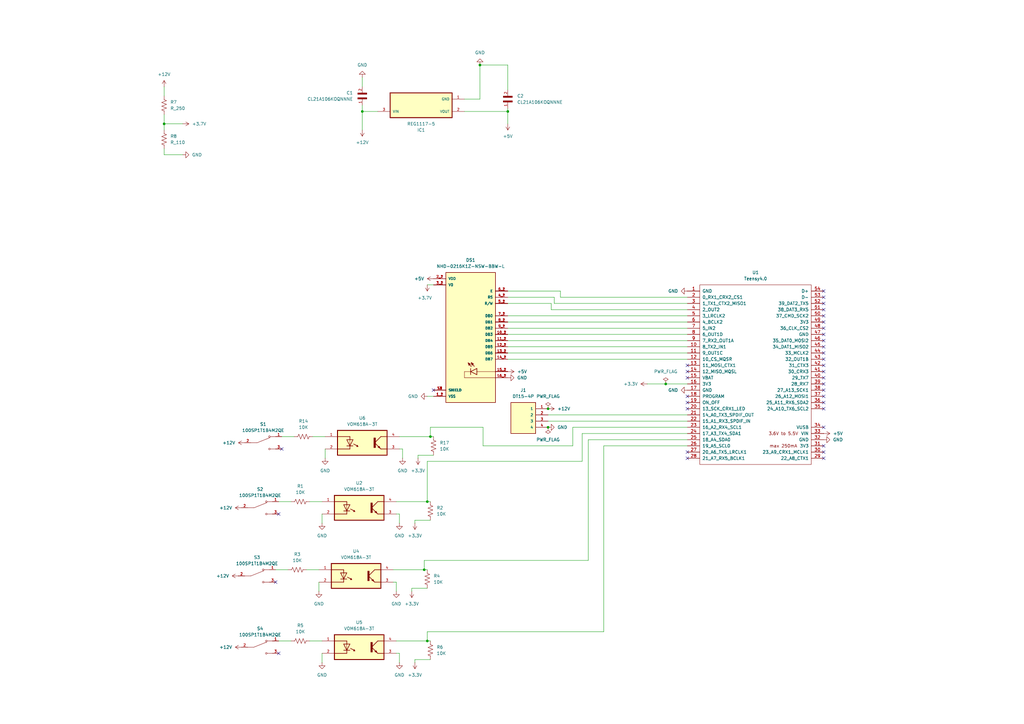
<source format=kicad_sch>
(kicad_sch (version 20250114) (generator "eeschema") (generator_version "9.0")
  (paper "A3")
  (lib_symbols
    (symbol "100SP1T1B4M2QE:100SP1T1B4M2QE" (pin_names (offset 1.016))
      (property "Reference" "S" (at -2.54 5.08 0))
      (property "Value" "100SP1T1B4M2QE" (at -2.54 -5.08 0))
      (symbol "100SP1T1B4M2QE_0_0"
        (polyline (pts (xy -2.54 0) (xy -5.08 0)) (stroke (width 0.1524)))
        (polyline (pts (xy -2.54 0) (xy 2.794 2.1336)) (stroke (width 0.1524)))
        (circle (center 2.54 2.54) (radius 0.3302) (stroke (width 0.1524)))
        (circle (center 2.54 -2.54) (radius 0.3302) (stroke (width 0.1524)))
        (polyline (pts (xy 5.08 2.54) (xy 2.921 2.54)) (stroke (width 0.1524)))
        (polyline (pts (xy 5.08 -2.54) (xy 2.921 -2.54)) (stroke (width 0.1524)))
        (pin passive line (at -7.62 0 0) (length 2.54) (name "~") (number "2"))
        (pin passive line (at 7.62 2.54 180) (length 2.54) (name "~") (number "1"))
        (pin passive line (at 7.62 -2.54 180) (length 2.54) (name "~") (number "3"))
      )
    )
    (symbol "CL21A106KOQNNNE:CL21A106KOQNNNE" (pin_names (offset 1.016))
      (property "Reference" "C" (at 0 3.8109 0))
      (property "Value" "CL21A106KOQNNNE" (at 0 -5.0885 0))
      (symbol "CL21A106KOQNNNE_0_0"
        (rectangle (start 0 -1.9069) (end 0.635 1.905) (stroke (width 0.1)) (fill (type outline)))
        (rectangle (start 1.9069 -1.9069) (end 2.54 1.905) (stroke (width 0.1)) (fill (type outline)))
        (pin passive line (at -2.54 0 0) (length 2.54) (name "~") (number "1"))
        (pin passive line (at 5.08 0 180) (length 2.54) (name "~") (number "2"))
      )
    )
    (symbol "DT15-4P:DT15-4P" (pin_names (offset 1.016))
      (property "Reference" "J" (at -5.0895 10.1789 0))
      (property "Value" "DT15-4P" (at -5.0842 -10.1684 0))
      (symbol "DT15-4P_0_0"
        (rectangle (start -5.08 -5.08) (end 5.08 7.62) (stroke (width 0.254)) (fill (type background)))
        (pin passive line (at -10.16 5.08 0) (length 5.08) (name "1") (number "1"))
        (pin passive line (at -10.16 2.54 0) (length 5.08) (name "2") (number "2"))
        (pin passive line (at -10.16 0 0) (length 5.08) (name "3") (number "3"))
        (pin passive line (at -10.16 -2.54 0) (length 5.08) (name "4") (number "4"))
      )
    )
    (symbol "Device:R_US" (pin_numbers (hide yes)) (pin_names (offset 0))
      (property "Reference" "R" (at 2.54 0 90))
      (property "Value" "R_US" (at -2.54 0 90))
      (symbol "R_US_0_1"
        (polyline (pts (xy 0 2.286) (xy 0 2.54)))
        (polyline (pts (xy 0 2.286) (xy 1.016 1.905) (xy 0 1.524) (xy -1.016 1.143) (xy 0 0.762)))
        (polyline (pts (xy 0 0.762) (xy 1.016 0.381) (xy 0 0) (xy -1.016 -0.381) (xy 0 -0.762)))
        (polyline (pts (xy 0 -0.762) (xy 1.016 -1.143) (xy 0 -1.524) (xy -1.016 -1.905) (xy 0 -2.286)))
        (polyline (pts (xy 0 -2.286) (xy 0 -2.54)))
      )
      (symbol "R_US_1_1"
        (pin passive line (at 0 3.81 270) (length 1.27) (name "~") (number "1"))
        (pin passive line (at 0 -3.81 90) (length 1.27) (name "~") (number "2"))
      )
    )
    (symbol "NHD-0216K1Z-NSW-BBW-L:NHD-0216K1Z-NSW-BBW-L" (pin_names (offset 1.016))
      (property "Reference" "DS" (at -10.16 21.59 0))
      (property "Value" "NHD-0216K1Z-NSW-BBW-L" (at -10.16 -34.29 0))
      (symbol "NHD-0216K1Z-NSW-BBW-L_0_0"
        (polyline (pts (xy -10.16 -22.86) (xy 2.54 -22.86)) (stroke (width 0.1524)))
        (rectangle (start -10.16 -33.02) (end 10.16 20.32) (stroke (width 0.254)) (fill (type background)))
        (polyline (pts (xy -2.54 -19.05) (xy -2.54 -20.32)) (stroke (width 0.254)))
        (polyline (pts (xy -2.54 -20.32) (xy -10.16 -20.32)) (stroke (width 0.1524)))
        (polyline (pts (xy -2.54 -20.32) (xy -2.54 -21.59)) (stroke (width 0.254)))
        (polyline (pts (xy -2.54 -21.59) (xy 0 -20.32)) (stroke (width 0.254)))
        (polyline (pts (xy -1.1176 -17.145) (xy -0.2286 -16.6624)) (stroke (width 0.254)))
        (polyline (pts (xy -0.9398 -17.2212) (xy -0.7112 -17.0688)) (stroke (width 0.254)))
        (polyline (pts (xy -0.5588 -17.6276) (xy -1.1176 -17.145)) (stroke (width 0.254)))
        (polyline (pts (xy -0.5588 -17.6276) (xy -0.5334 -16.891)) (stroke (width 0.254)))
        (polyline (pts (xy -0.5334 -16.891) (xy -0.6604 -16.891)) (stroke (width 0.254)))
        (polyline (pts (xy -0.2286 -16.6624) (xy -1.4986 -18.1864)) (stroke (width 0.254)))
        (polyline (pts (xy -0.2286 -16.6624) (xy -0.5588 -17.6276)) (stroke (width 0.254)))
        (polyline (pts (xy 0 -19.05) (xy 0 -20.32)) (stroke (width 0.254)))
        (polyline (pts (xy 0 -20.32) (xy -2.54 -19.05)) (stroke (width 0.254)))
        (polyline (pts (xy 0 -20.32) (xy 0 -21.59)) (stroke (width 0.254)))
        (polyline (pts (xy 0.127 -17.2466) (xy 1.016 -16.764)) (stroke (width 0.254)))
        (polyline (pts (xy 0.3048 -17.3228) (xy 0.5334 -17.1704)) (stroke (width 0.254)))
        (polyline (pts (xy 0.6858 -17.7292) (xy 0.127 -17.2466)) (stroke (width 0.254)))
        (polyline (pts (xy 0.6858 -17.7292) (xy 0.7112 -16.9926)) (stroke (width 0.254)))
        (polyline (pts (xy 0.7112 -16.9926) (xy 0.5842 -16.9926)) (stroke (width 0.254)))
        (polyline (pts (xy 1.016 -16.764) (xy -0.254 -18.288)) (stroke (width 0.254)))
        (polyline (pts (xy 1.016 -16.764) (xy 0.6858 -17.7292)) (stroke (width 0.254)))
        (polyline (pts (xy 2.54 -20.32) (xy 0 -20.32)) (stroke (width 0.1524)))
        (polyline (pts (xy 2.54 -22.86) (xy 2.54 -20.32)) (stroke (width 0.1524)))
        (pin input line (at -15.24 12.7 0) (length 5.08) (name "E") (number "6_1"))
        (pin input line (at -15.24 12.7 0) (length 5.08) (name "E") (number "6_2"))
        (pin input line (at -15.24 10.16 0) (length 5.08) (name "RS") (number "4_1"))
        (pin input line (at -15.24 10.16 0) (length 5.08) (name "RS") (number "4_2"))
        (pin input line (at -15.24 7.62 0) (length 5.08) (name "R/W") (number "5_1"))
        (pin input line (at -15.24 7.62 0) (length 5.08) (name "R/W") (number "5_2"))
        (pin bidirectional line (at -15.24 2.54 0) (length 5.08) (name "DB0") (number "7_1"))
        (pin bidirectional line (at -15.24 2.54 0) (length 5.08) (name "DB0") (number "7_2"))
        (pin bidirectional line (at -15.24 0 0) (length 5.08) (name "DB1") (number "8_1"))
        (pin bidirectional line (at -15.24 0 0) (length 5.08) (name "DB1") (number "8_2"))
        (pin bidirectional line (at -15.24 -2.54 0) (length 5.08) (name "DB2") (number "9_1"))
        (pin bidirectional line (at -15.24 -2.54 0) (length 5.08) (name "DB2") (number "9_2"))
        (pin bidirectional line (at -15.24 -5.08 0) (length 5.08) (name "DB3") (number "10_1"))
        (pin bidirectional line (at -15.24 -5.08 0) (length 5.08) (name "DB3") (number "10_2"))
        (pin bidirectional line (at -15.24 -7.62 0) (length 5.08) (name "DB4") (number "11_1"))
        (pin bidirectional line (at -15.24 -7.62 0) (length 5.08) (name "DB4") (number "11_2"))
        (pin bidirectional line (at -15.24 -10.16 0) (length 5.08) (name "DB5") (number "12_1"))
        (pin bidirectional line (at -15.24 -10.16 0) (length 5.08) (name "DB5") (number "12_2"))
        (pin bidirectional line (at -15.24 -12.7 0) (length 5.08) (name "DB6") (number "13_1"))
        (pin bidirectional line (at -15.24 -12.7 0) (length 5.08) (name "DB6") (number "13_2"))
        (pin bidirectional line (at -15.24 -15.24 0) (length 5.08) (name "DB7") (number "14_1"))
        (pin bidirectional line (at -15.24 -15.24 0) (length 5.08) (name "DB7") (number "14_2"))
        (pin passive line (at -15.24 -20.32 0) (length 5.08) (name "~") (number "15_1"))
        (pin passive line (at -15.24 -20.32 0) (length 5.08) (name "~") (number "15_2"))
        (pin passive line (at -15.24 -22.86 0) (length 5.08) (name "~") (number "16_1"))
        (pin passive line (at -15.24 -22.86 0) (length 5.08) (name "~") (number "16_2"))
        (pin power_in line (at 15.24 17.78 180) (length 5.08) (name "VDD") (number "2_1"))
        (pin power_in line (at 15.24 17.78 180) (length 5.08) (name "VDD") (number "2_2"))
        (pin power_in line (at 15.24 15.24 180) (length 5.08) (name "V0") (number "3_1"))
        (pin power_in line (at 15.24 15.24 180) (length 5.08) (name "V0") (number "3_2"))
        (pin passive line (at 15.24 -27.94 180) (length 5.08) (name "SHIELD") (number "S1"))
        (pin passive line (at 15.24 -27.94 180) (length 5.08) (name "SHIELD") (number "S2"))
        (pin passive line (at 15.24 -27.94 180) (length 5.08) (name "SHIELD") (number "S3"))
        (pin passive line (at 15.24 -27.94 180) (length 5.08) (name "SHIELD") (number "S4"))
        (pin power_in line (at 15.24 -30.48 180) (length 5.08) (name "VSS") (number "1_1"))
        (pin power_in line (at 15.24 -30.48 180) (length 5.08) (name "VSS") (number "1_2"))
      )
    )
    (symbol "REG1117-5:REG1117-5" (pin_names (offset 1.016))
      (property "Reference" "IC" (at -12.7 6.08 0))
      (property "Value" "REG1117-5" (at -12.7 -9.08 0))
      (symbol "REG1117-5_0_0"
        (rectangle (start -12.7 -5.08) (end 12.7 5.08) (stroke (width 0.41)) (fill (type background)))
        (pin power_in line (at 17.78 -2.54 180) (length 5.08) (name "GND") (number "1"))
      )
      (symbol "REG1117-5_1_0"
        (pin power_in line (at -17.78 2.54 0) (length 5.08) (name "VIN") (number "3"))
        (pin power_out line (at 17.78 2.54 180) (length 5.08) (name "VOUT") (number "2"))
      )
    )
    (symbol "VOM618A-3T:VOM618A-3T" (pin_names (offset 1.016))
      (property "Reference" "U" (at -5.084 5.5924 0))
      (property "Value" "VOM618A-3T" (at -5.0823 -7.6235 0))
      (symbol "VOM618A-3T_0_0"
        (polyline (pts (xy -10.16 2.54) (xy -5.08 2.54)) (stroke (width 0.254)))
        (polyline (pts (xy -10.16 -2.54) (xy -5.08 -2.54)) (stroke (width 0.254)))
        (rectangle (start -10.16 -5.08) (end 10.16 5.08) (stroke (width 0.4064)) (fill (type background)))
        (polyline (pts (xy -6.35 1.27) (xy -5.08 1.27)) (stroke (width 0.254)))
        (polyline (pts (xy -6.35 1.27) (xy -5.08 -1.27)) (stroke (width 0.254)))
        (polyline (pts (xy -6.35 -1.27) (xy -5.08 -1.27)) (stroke (width 0.254)))
        (polyline (pts (xy -5.08 1.27) (xy -5.08 2.54)) (stroke (width 0.254)))
        (polyline (pts (xy -5.08 1.27) (xy -5.08 -1.27)) (stroke (width 0.1524)))
        (polyline (pts (xy -5.08 1.27) (xy -3.81 1.27)) (stroke (width 0.254)))
        (polyline (pts (xy -5.08 -1.27) (xy -5.08 -2.54)) (stroke (width 0.254)))
        (polyline (pts (xy -5.08 -1.27) (xy -3.81 1.27)) (stroke (width 0.254)))
        (polyline (pts (xy -5.08 -1.27) (xy -3.81 -1.27)) (stroke (width 0.254)))
        (polyline (pts (xy -3.556 -0.508) (xy -2.032 -1.27)) (stroke (width 0.254)))
        (polyline (pts (xy -2.286 -1.524) (xy -2.032 -1.016)) (stroke (width 0.254)))
        (polyline (pts (xy -2.032 -1.016) (xy -1.778 -1.524)) (stroke (width 0.254)))
        (polyline (pts (xy -1.778 -1.524) (xy -2.286 -1.524)) (stroke (width 0.254)))
        (rectangle (start 4.7062 -2.0351) (end 5.461 2.032) (stroke (width 0.1)) (fill (type outline)))
        (polyline (pts (xy 5.08 0) (xy 7.62 -2.54)) (stroke (width 0.254)))
        (polyline (pts (xy 6.985 -1.397) (xy 7.366 -2.286) (xy 6.35 -1.778) (xy 6.985 -1.397)) (stroke (width 0.1524)) (fill (type outline)))
        (polyline (pts (xy 7.62 2.54) (xy 5.08 0)) (stroke (width 0.254)))
        (polyline (pts (xy 7.62 2.54) (xy 10.16 2.54)) (stroke (width 0.254)))
        (polyline (pts (xy 7.62 -2.54) (xy 10.16 -2.54)) (stroke (width 0.254)))
        (pin passive line (at -15.24 2.54 0) (length 5.08) (name "~") (number "1"))
        (pin passive line (at -15.24 -2.54 0) (length 5.08) (name "~") (number "2"))
        (pin passive line (at 15.24 2.54 180) (length 5.08) (name "~") (number "4"))
        (pin passive line (at 15.24 -2.54 180) (length 5.08) (name "~") (number "3"))
      )
    )
    (symbol "power:+12V" (power) (pin_numbers (hide yes)) (pin_names (offset 0) (hide yes))
      (property "Value" "+12V" (at 0 3.556 0))
      (symbol "+12V_0_1"
        (polyline (pts (xy -0.762 1.27) (xy 0 2.54)))
        (polyline (pts (xy 0 2.54) (xy 0.762 1.27)))
        (polyline (pts (xy 0 0) (xy 0 2.54)))
      )
      (symbol "+12V_1_1"
        (pin power_in line (at 0 0 90) (length 0) (name "~") (number "1"))
      )
    )
    (symbol "power:+3.3V" (power) (pin_numbers (hide yes)) (pin_names (offset 0) (hide yes))
      (property "Value" "+3.3V" (at 0 3.556 0))
      (symbol "+3.3V_0_1"
        (polyline (pts (xy -0.762 1.27) (xy 0 2.54)))
        (polyline (pts (xy 0 2.54) (xy 0.762 1.27)))
        (polyline (pts (xy 0 0) (xy 0 2.54)))
      )
      (symbol "+3.3V_1_1"
        (pin power_in line (at 0 0 90) (length 0) (name "~") (number "1"))
      )
    )
    (symbol "power:+5V" (power) (pin_numbers (hide yes)) (pin_names (offset 0) (hide yes))
      (property "Value" "+5V" (at 0 3.556 0))
      (symbol "+5V_0_1"
        (polyline (pts (xy -0.762 1.27) (xy 0 2.54)))
        (polyline (pts (xy 0 2.54) (xy 0.762 1.27)))
        (polyline (pts (xy 0 0) (xy 0 2.54)))
      )
      (symbol "+5V_1_1"
        (pin power_in line (at 0 0 90) (length 0) (name "~") (number "1"))
      )
    )
    (symbol "power:GND" (power) (pin_numbers (hide yes)) (pin_names (offset 0) (hide yes))
      (property "Value" "GND" (at 0 -3.81 0))
      (symbol "GND_0_1"
        (polyline (pts (xy 0 0) (xy 0 -1.27) (xy 1.27 -1.27) (xy 0 -2.54) (xy -1.27 -1.27) (xy 0 -1.27)))
      )
      (symbol "GND_1_1"
        (pin power_in line (at 0 0 270) (length 0) (name "~") (number "1"))
      )
    )
    (symbol "power:PWR_FLAG" (power) (pin_numbers (hide yes)) (pin_names (offset 0) (hide yes))
      (property "Value" "PWR_FLAG" (at 0 3.81 0))
      (symbol "PWR_FLAG_0_0"
        (pin power_out line (at 0 0 90) (length 0) (name "~") (number "1"))
      )
      (symbol "PWR_FLAG_0_1"
        (polyline (pts (xy 0 0) (xy 0 1.27) (xy -1.016 1.905) (xy 0 2.54) (xy 1.016 1.905) (xy 0 1.27)))
      )
    )
    (symbol "teensy:Teensy4.0" (pin_names (offset 1.016))
      (property "Reference" "U" (at 0 39.37 0))
      (property "Value" "Teensy4.0" (at 0 -39.37 0))
      (symbol "Teensy4.0_0_0"
        (text "3.6V to 5.5V" (at 11.43 -24.13 0) (effects (font (size 1.27 1.27))))
        (text "max 250mA" (at 11.43 -29.21 0) (effects (font (size 1.27 1.27))))
        (pin bidirectional line (at -27.94 24.13 0) (length 5.08) (name "3_LRCLK2") (number "5"))
        (pin bidirectional line (at -27.94 21.59 0) (length 5.08) (name "4_BCLK2") (number "6"))
        (pin bidirectional line (at -27.94 19.05 0) (length 5.08) (name "5_IN2") (number "7"))
        (pin bidirectional line (at -27.94 16.51 0) (length 5.08) (name "6_OUT1D") (number "8"))
        (pin bidirectional line (at -27.94 13.97 0) (length 5.08) (name "7_RX2_OUT1A") (number "9"))
        (pin bidirectional line (at -27.94 11.43 0) (length 5.08) (name "8_TX2_IN1") (number "10"))
        (pin bidirectional line (at -27.94 8.89 0) (length 5.08) (name "9_OUT1C") (number "11"))
        (pin bidirectional line (at -27.94 6.35 0) (length 5.08) (name "10_CS_MQSR") (number "12"))
        (pin bidirectional line (at -27.94 3.81 0) (length 5.08) (name "11_MOSI_CTX1") (number "13"))
        (pin bidirectional line (at -27.94 1.27 0) (length 5.08) (name "12_MISO_MQSL") (number "14"))
        (pin power_in line (at -27.94 -1.27 0) (length 5.08) (name "VBAT") (number "15"))
        (pin power_in line (at -27.94 -3.81 0) (length 5.08) (name "3V3") (number "16"))
        (pin power_in line (at -27.94 -6.35 0) (length 5.08) (name "GND") (number "17"))
        (pin input line (at -27.94 -8.89 0) (length 5.08) (name "PROGRAM") (number "18"))
        (pin input line (at -27.94 -11.43 0) (length 5.08) (name "ON_OFF") (number "19"))
        (pin bidirectional line (at -27.94 -13.97 0) (length 5.08) (name "13_SCK_CRX1_LED") (number "20"))
        (pin bidirectional line (at -27.94 -16.51 0) (length 5.08) (name "14_A0_TX3_SPDIF_OUT") (number "21"))
        (pin bidirectional line (at -27.94 -19.05 0) (length 5.08) (name "15_A1_RX3_SPDIF_IN") (number "22"))
        (pin bidirectional line (at -27.94 -21.59 0) (length 5.08) (name "16_A2_RX4_SCL1") (number "23"))
        (pin bidirectional line (at -27.94 -24.13 0) (length 5.08) (name "17_A3_TX4_SDA1") (number "24"))
        (pin bidirectional line (at -27.94 -26.67 0) (length 5.08) (name "18_A4_SDA0") (number "25"))
        (pin bidirectional line (at -27.94 -29.21 0) (length 5.08) (name "19_A5_SCL0") (number "26"))
        (pin bidirectional line (at -27.94 -31.75 0) (length 5.08) (name "20_A6_TX5_LRCLK1") (number "27"))
        (pin bidirectional line (at -27.94 -34.29 0) (length 5.08) (name "21_A7_RX5_BCLK1") (number "28"))
        (pin bidirectional line (at 27.94 34.29 180) (length 5.08) (name "D+") (number "54"))
        (pin bidirectional line (at 27.94 31.75 180) (length 5.08) (name "D-") (number "53"))
        (pin bidirectional line (at 27.94 29.21 180) (length 5.08) (name "39_DAT2_TX5") (number "52"))
        (pin bidirectional line (at 27.94 26.67 180) (length 5.08) (name "38_DAT3_RX5") (number "51"))
        (pin bidirectional line (at 27.94 24.13 180) (length 5.08) (name "37_CMD_SCK2") (number "50"))
        (pin power_out line (at 27.94 21.59 180) (length 5.08) (name "3V3") (number "49"))
        (pin bidirectional line (at 27.94 19.05 180) (length 5.08) (name "36_CLK_CS2") (number "48"))
        (pin power_out line (at 27.94 16.51 180) (length 5.08) (name "GND") (number "47"))
        (pin bidirectional line (at 27.94 13.97 180) (length 5.08) (name "35_DAT0_MOSI2") (number "46"))
        (pin bidirectional line (at 27.94 11.43 180) (length 5.08) (name "34_DAT1_MISO2") (number "45"))
        (pin bidirectional line (at 27.94 8.89 180) (length 5.08) (name "33_MCLK2") (number "44"))
        (pin bidirectional line (at 27.94 6.35 180) (length 5.08) (name "32_OUT1B") (number "43"))
        (pin bidirectional line (at 27.94 3.81 180) (length 5.08) (name "31_CTX3") (number "42"))
        (pin bidirectional line (at 27.94 1.27 180) (length 5.08) (name "30_CRX3") (number "41"))
        (pin bidirectional line (at 27.94 -1.27 180) (length 5.08) (name "29_TX7") (number "40"))
        (pin bidirectional line (at 27.94 -3.81 180) (length 5.08) (name "28_RX7") (number "39"))
        (pin bidirectional line (at 27.94 -6.35 180) (length 5.08) (name "27_A13_SCK1") (number "38"))
        (pin bidirectional line (at 27.94 -8.89 180) (length 5.08) (name "26_A12_MOSI1") (number "37"))
        (pin bidirectional line (at 27.94 -11.43 180) (length 5.08) (name "25_A11_RX6_SDA2") (number "36"))
        (pin bidirectional line (at 27.94 -13.97 180) (length 5.08) (name "24_A10_TX6_SCL2") (number "35"))
        (pin power_out line (at 27.94 -21.59 180) (length 5.08) (name "VUSB") (number "34"))
        (pin power_in line (at 27.94 -24.13 180) (length 5.08) (name "VIN") (number "33"))
        (pin power_in line (at 27.94 -26.67 180) (length 5.08) (name "GND") (number "32"))
        (pin power_out line (at 27.94 -29.21 180) (length 5.08) (name "3V3") (number "31"))
        (pin bidirectional line (at 27.94 -31.75 180) (length 5.08) (name "23_A9_CRX1_MCLK1") (number "30"))
        (pin bidirectional line (at 27.94 -34.29 180) (length 5.08) (name "22_A8_CTX1") (number "29"))
      )
      (symbol "Teensy4.0_0_1"
        (rectangle (start -22.86 36.83) (end 22.86 -36.83))
        (rectangle (start -20.32 -31.75) (end -20.32 -31.75))
      )
      (symbol "Teensy4.0_1_1"
        (pin power_in line (at -27.94 34.29 0) (length 5.08) (name "GND") (number "1"))
        (pin bidirectional line (at -27.94 31.75 0) (length 5.08) (name "0_RX1_CRX2_CS1") (number "2"))
        (pin bidirectional line (at -27.94 29.21 0) (length 5.08) (name "1_TX1_CTX2_MISO1") (number "3"))
        (pin bidirectional line (at -27.94 26.67 0) (length 5.08) (name "2_OUT2") (number "4"))
      )
    )
  )
  (junction (at 175.26 262.89))
  (junction (at 208.28 45.72))
  (junction (at 224.79 175.26))
  (junction (at 67.31 50.8))
  (junction (at 196.85 26.67))
  (junction (at 176.53 179.07))
  (junction (at 273.05 157.48))
  (junction (at 173.99 233.68))
  (junction (at 175.26 205.74))
  (junction (at 224.79 167.64))
  (junction (at 148.59 45.72))
  (no_connect (at 337.82 165.1))
  (no_connect (at 337.82 162.56))
  (no_connect (at 337.82 119.38))
  (no_connect (at 337.82 139.7))
  (no_connect (at 337.82 132.08))
  (no_connect (at 281.94 185.42))
  (no_connect (at 337.82 149.86))
  (no_connect (at 337.82 167.64))
  (no_connect (at 114.3 267.97))
  (no_connect (at 115.57 184.15))
  (no_connect (at 337.82 144.78))
  (no_connect (at 281.94 167.64))
  (no_connect (at 337.82 152.4))
  (no_connect (at 337.82 154.94))
  (no_connect (at 281.94 165.1))
  (no_connect (at 337.82 160.02))
  (no_connect (at 337.82 129.54))
  (no_connect (at 337.82 137.16))
  (no_connect (at 337.82 157.48))
  (no_connect (at 337.82 175.26))
  (no_connect (at 337.82 185.42))
  (no_connect (at 337.82 134.62))
  (no_connect (at 337.82 121.92))
  (no_connect (at 281.94 162.56))
  (no_connect (at 337.82 187.96))
  (no_connect (at 281.94 152.4))
  (no_connect (at 337.82 147.32))
  (no_connect (at 114.3 210.82))
  (no_connect (at 281.94 187.96))
  (no_connect (at 113.03 238.76))
  (no_connect (at 337.82 182.88))
  (no_connect (at 337.82 124.46))
  (no_connect (at 281.94 154.94))
  (no_connect (at 177.8 160.02))
  (no_connect (at 337.82 127))
  (no_connect (at 281.94 149.86))
  (no_connect (at 337.82 142.24))
  (wire (pts (xy 226.06 124.46) (xy 226.06 127)))
  (wire (pts (xy 175.26 162.56) (xy 177.8 162.56)))
  (wire (pts (xy 190.5 40.64) (xy 196.85 40.64)))
  (wire (pts (xy 171.45 186.69) (xy 177.8 186.69)))
  (wire (pts (xy 208.28 144.78) (xy 281.94 144.78)))
  (wire (pts (xy 114.3 262.89) (xy 119.38 262.89)))
  (wire (pts (xy 127 205.74) (xy 132.08 205.74)))
  (wire (pts (xy 196.85 40.64) (xy 196.85 26.67)))
  (wire (pts (xy 127 262.89) (xy 132.08 262.89)))
  (wire (pts (xy 162.56 205.74) (xy 175.26 205.74)))
  (wire (pts (xy 208.28 137.16) (xy 281.94 137.16)))
  (wire (pts (xy 163.83 179.07) (xy 176.53 179.07)))
  (wire (pts (xy 208.28 134.62) (xy 281.94 134.62)))
  (wire (pts (xy 234.95 175.26) (xy 234.95 182.88)))
  (wire (pts (xy 170.18 270.51) (xy 176.53 270.51)))
  (wire (pts (xy 227.33 121.92) (xy 227.33 124.46)))
  (wire (pts (xy 114.3 205.74) (xy 119.38 205.74)))
  (wire (pts (xy 175.26 116.84) (xy 177.8 116.84)))
  (wire (pts (xy 130.81 238.76) (xy 130.81 242.57)))
  (wire (pts (xy 115.57 179.07) (xy 120.65 179.07)))
  (wire (pts (xy 175.26 205.74) (xy 175.26 189.23)))
  (wire (pts (xy 170.18 213.36) (xy 170.18 214.63)))
  (wire (pts (xy 67.31 63.5) (xy 74.93 63.5)))
  (wire (pts (xy 162.56 238.76) (xy 162.56 242.57)))
  (wire (pts (xy 163.83 267.97) (xy 163.83 271.78)))
  (wire (pts (xy 163.83 210.82) (xy 162.56 210.82)))
  (wire (pts (xy 281.94 177.8) (xy 238.76 177.8)))
  (wire (pts (xy 148.59 31.75) (xy 148.59 35.56)))
  (wire (pts (xy 273.05 157.48) (xy 281.94 157.48)))
  (wire (pts (xy 148.59 45.72) (xy 148.59 53.34)))
  (wire (pts (xy 163.83 267.97) (xy 162.56 267.97)))
  (wire (pts (xy 165.1 184.15) (xy 163.83 184.15)))
  (wire (pts (xy 227.33 124.46) (xy 281.94 124.46)))
  (wire (pts (xy 168.91 241.3) (xy 175.26 241.3)))
  (wire (pts (xy 238.76 177.8) (xy 238.76 189.23)))
  (wire (pts (xy 175.26 189.23) (xy 238.76 189.23)))
  (wire (pts (xy 208.28 139.7) (xy 281.94 139.7)))
  (wire (pts (xy 125.73 233.68) (xy 130.81 233.68)))
  (wire (pts (xy 281.94 175.26) (xy 234.95 175.26)))
  (wire (pts (xy 132.08 210.82) (xy 132.08 214.63)))
  (wire (pts (xy 163.83 210.82) (xy 163.83 214.63)))
  (wire (pts (xy 175.26 259.08) (xy 247.65 259.08)))
  (wire (pts (xy 208.28 142.24) (xy 281.94 142.24)))
  (wire (pts (xy 132.08 267.97) (xy 132.08 271.78)))
  (wire (pts (xy 229.87 119.38) (xy 208.28 119.38)))
  (wire (pts (xy 165.1 184.15) (xy 165.1 187.96)))
  (wire (pts (xy 208.28 129.54) (xy 281.94 129.54)))
  (wire (pts (xy 148.59 43.18) (xy 148.59 45.72)))
  (wire (pts (xy 265.43 157.48) (xy 273.05 157.48)))
  (wire (pts (xy 170.18 270.51) (xy 170.18 271.78)))
  (wire (pts (xy 247.65 259.08) (xy 247.65 182.88)))
  (wire (pts (xy 208.28 26.67) (xy 208.28 36.83)))
  (wire (pts (xy 281.94 180.34) (xy 241.3 180.34)))
  (wire (pts (xy 67.31 60.96) (xy 67.31 63.5)))
  (wire (pts (xy 241.3 180.34) (xy 241.3 229.87)))
  (wire (pts (xy 190.5 45.72) (xy 208.28 45.72)))
  (wire (pts (xy 234.95 182.88) (xy 198.12 182.88)))
  (wire (pts (xy 170.18 213.36) (xy 176.53 213.36)))
  (wire (pts (xy 175.26 262.89) (xy 175.26 259.08)))
  (wire (pts (xy 168.91 241.3) (xy 168.91 242.57)))
  (wire (pts (xy 208.28 132.08) (xy 281.94 132.08)))
  (wire (pts (xy 247.65 182.88) (xy 281.94 182.88)))
  (wire (pts (xy 196.85 26.67) (xy 208.28 26.67)))
  (wire (pts (xy 176.53 205.74) (xy 175.26 205.74)))
  (wire (pts (xy 224.79 170.18) (xy 281.94 170.18)))
  (wire (pts (xy 208.28 124.46) (xy 226.06 124.46)))
  (wire (pts (xy 161.29 233.68) (xy 173.99 233.68)))
  (wire (pts (xy 226.06 127) (xy 281.94 127)))
  (wire (pts (xy 176.53 179.07) (xy 176.53 175.26)))
  (wire (pts (xy 175.26 233.68) (xy 173.99 233.68)))
  (wire (pts (xy 198.12 182.88) (xy 198.12 175.26)))
  (wire (pts (xy 208.28 44.45) (xy 208.28 45.72)))
  (wire (pts (xy 224.79 172.72) (xy 281.94 172.72)))
  (wire (pts (xy 67.31 50.8) (xy 74.93 50.8)))
  (wire (pts (xy 67.31 46.99) (xy 67.31 50.8)))
  (wire (pts (xy 176.53 262.89) (xy 175.26 262.89)))
  (wire (pts (xy 177.8 179.07) (xy 176.53 179.07)))
  (wire (pts (xy 281.94 121.92) (xy 229.87 121.92)))
  (wire (pts (xy 176.53 175.26) (xy 198.12 175.26)))
  (wire (pts (xy 162.56 262.89) (xy 175.26 262.89)))
  (wire (pts (xy 208.28 147.32) (xy 281.94 147.32)))
  (wire (pts (xy 67.31 50.8) (xy 67.31 53.34)))
  (wire (pts (xy 67.31 35.56) (xy 67.31 39.37)))
  (wire (pts (xy 229.87 121.92) (xy 229.87 119.38)))
  (wire (pts (xy 208.28 121.92) (xy 227.33 121.92)))
  (wire (pts (xy 173.99 233.68) (xy 173.99 229.87)))
  (wire (pts (xy 162.56 238.76) (xy 161.29 238.76)))
  (wire (pts (xy 208.28 45.72) (xy 208.28 50.8)))
  (wire (pts (xy 133.35 184.15) (xy 133.35 187.96)))
  (wire (pts (xy 128.27 179.07) (xy 133.35 179.07)))
  (wire (pts (xy 171.45 186.69) (xy 171.45 187.96)))
  (wire (pts (xy 148.59 45.72) (xy 154.94 45.72)))
  (wire (pts (xy 113.03 233.68) (xy 118.11 233.68)))
  (wire (pts (xy 173.99 229.87) (xy 241.3 229.87)))
  (symbol (lib_id "power:GND") (at 162.56 242.57 0) (unit 1)
    (property "Reference" "#PWR023" (effects (hide yes)))
    (property "Value" "GND" (at 162.56 247.65 0))
    (property "Description" "Power symbol creates a global label with name \"GND\" , ground" (effects (hide yes)))
  )
  (symbol (lib_id "power:+3.3V") (at 168.91 242.57 180) (unit 1)
    (property "Reference" "#PWR024" (effects (hide yes)))
    (property "Value" "+3.3V" (at 168.91 247.65 0))
    (property "Description" "Power symbol creates a global label with name \"+3.3V\"" (effects (hide yes)))
  )
  (symbol (lib_id "power:+5V") (at 208.28 50.8 180) (unit 1)
    (property "Reference" "#PWR022" (effects (hide yes)))
    (property "Value" "+5V" (at 208.28 55.88 0))
    (property "Description" "Power symbol creates a global label with name \"+5V\"" (effects (hide yes)))
  )
  (symbol (lib_id "Device:R_US") (at 121.92 233.68 90) (unit 1)
    (property "Reference" "R3" (at 121.92 227.33 90))
    (property "Value" "10K" (at 121.92 229.87 90))
    (property "Footprint" "CRCW08051K00FKEA:RESC2012X50N" (effects (hide yes)))
    (property "Description" "Resistor, US symbol" (effects (hide yes)))
  )
  (symbol (lib_id "100SP1T1B4M2QE:100SP1T1B4M2QE") (at 107.95 181.61 0) (unit 1)
    (property "Reference" "S1" (at 107.95 173.99 0))
    (property "Value" "100SP1T1B4M2QE" (at 107.95 176.53 0))
    (property "Footprint" "100SP1T1B4M2QE:SW_100SP1T1B4M2QE" (effects (hide yes)))
    (property "DigiKey_Part_Number" "EG2355-ND" (effects (hide yes)))
    (property "SnapEDA_Link" "https://www.snapeda.com/parts/100SP1T1B4M2QE/E-Switch/view-part/?ref=snap" (effects (hide yes)))
    (property "MAXIMUM_PACKAGE_HEIGHT" "29.68 mm" (effects (hide yes)))
    (property "Package" "None" (effects (hide yes)))
    (property "Check_prices" "https://www.snapeda.com/parts/100SP1T1B4M2QE/E-Switch/view-part/?ref=eda" (effects (hide yes)))
    (property "STANDARD" "Manufacturer Recommendations" (effects (hide yes)))
    (property "PARTREV" "E" (effects (hide yes)))
    (property "MF" "E-Switch" (effects (hide yes)))
    (property "MP" "100SP1T1B4M2QE" (effects (hide yes)))
    (property "Description_1" "Series 100 Switches - Toggle Switches (Miniature)" (effects (hide yes)))
    (property "MANUFACTURER" "E-Switch" (effects (hide yes)))
  )
  (symbol (lib_id "Device:R_US") (at 67.31 57.15 0) (unit 1)
    (property "Reference" "R8" (at 69.85 55.8799 0) (effects (justify left)))
    (property "Value" "R_110" (at 69.85 58.4199 0) (effects (justify left)))
    (property "Footprint" "Resistor_SMD:R_0805_2012Metric" (effects (hide yes)))
    (property "Description" "Resistor, US symbol" (effects (hide yes)))
  )
  (symbol (lib_id "100SP1T1B4M2QE:100SP1T1B4M2QE") (at 106.68 208.28 0) (unit 1)
    (property "Reference" "S2" (at 106.68 200.66 0))
    (property "Value" "100SP1T1B4M2QE" (at 106.68 203.2 0))
    (property "Footprint" "100SP1T1B4M2QE:SW_100SP1T1B4M2QE" (effects (hide yes)))
    (property "DigiKey_Part_Number" "EG2355-ND" (effects (hide yes)))
    (property "SnapEDA_Link" "https://www.snapeda.com/parts/100SP1T1B4M2QE/E-Switch/view-part/?ref=snap" (effects (hide yes)))
    (property "MAXIMUM_PACKAGE_HEIGHT" "29.68 mm" (effects (hide yes)))
    (property "Package" "None" (effects (hide yes)))
    (property "Check_prices" "https://www.snapeda.com/parts/100SP1T1B4M2QE/E-Switch/view-part/?ref=eda" (effects (hide yes)))
    (property "STANDARD" "Manufacturer Recommendations" (effects (hide yes)))
    (property "PARTREV" "E" (effects (hide yes)))
    (property "MF" "E-Switch" (effects (hide yes)))
    (property "MP" "100SP1T1B4M2QE" (effects (hide yes)))
    (property "Description_1" "Series 100 Switches - Toggle Switches (Miniature)" (effects (hide yes)))
    (property "MANUFACTURER" "E-Switch" (effects (hide yes)))
  )
  (symbol (lib_id "power:PWR_FLAG") (at 224.79 175.26 180) (unit 1)
    (property "Reference" "#FLG02" (effects (hide yes)))
    (property "Value" "PWR_FLAG" (at 224.79 180.34 0))
    (property "Description" "Special symbol for telling ERC where power comes from" (effects (hide yes)))
  )
  (symbol (lib_id "power:GND") (at 132.08 214.63 0) (unit 1)
    (property "Reference" "#PWR015" (effects (hide yes)))
    (property "Value" "GND" (at 132.08 219.71 0))
    (property "Description" "Power symbol creates a global label with name \"GND\" , ground" (effects (hide yes)))
  )
  (symbol (lib_id "power:GND") (at 148.59 31.75 180) (unit 1)
    (property "Reference" "#PWR019" (effects (hide yes)))
    (property "Value" "GND" (at 148.59 26.67 0))
    (property "Description" "Power symbol creates a global label with name \"GND\" , ground" (effects (hide yes)))
  )
  (symbol (lib_id "100SP1T1B4M2QE:100SP1T1B4M2QE") (at 106.68 265.43 0) (unit 1)
    (property "Reference" "S4" (at 106.68 257.81 0))
    (property "Value" "100SP1T1B4M2QE" (at 106.68 260.35 0))
    (property "Footprint" "100SP1T1B4M2QE:SW_100SP1T1B4M2QE" (effects (hide yes)))
    (property "DigiKey_Part_Number" "EG2355-ND" (effects (hide yes)))
    (property "SnapEDA_Link" "https://www.snapeda.com/parts/100SP1T1B4M2QE/E-Switch/view-part/?ref=snap" (effects (hide yes)))
    (property "MAXIMUM_PACKAGE_HEIGHT" "29.68 mm" (effects (hide yes)))
    (property "Package" "None" (effects (hide yes)))
    (property "Check_prices" "https://www.snapeda.com/parts/100SP1T1B4M2QE/E-Switch/view-part/?ref=eda" (effects (hide yes)))
    (property "STANDARD" "Manufacturer Recommendations" (effects (hide yes)))
    (property "PARTREV" "E" (effects (hide yes)))
    (property "MF" "E-Switch" (effects (hide yes)))
    (property "MP" "100SP1T1B4M2QE" (effects (hide yes)))
    (property "Description_1" "Series 100 Switches - Toggle Switches (Miniature)" (effects (hide yes)))
    (property "MANUFACTURER" "E-Switch" (effects (hide yes)))
  )
  (symbol (lib_id "Device:R_US") (at 177.8 182.88 0) (unit 1)
    (property "Reference" "R17" (at 180.34 181.6099 0) (effects (justify left)))
    (property "Value" "10K" (at 180.34 184.1499 0) (effects (justify left)))
    (property "Footprint" "CRCW08051K00FKEA:RESC2012X50N" (effects (hide yes)))
    (property "Description" "Resistor, US symbol" (effects (hide yes)))
  )
  (symbol (lib_id "power:GND") (at 74.93 63.5 90) (unit 1)
    (property "Reference" "#PWR011" (effects (hide yes)))
    (property "Value" "GND" (at 78.74 63.4999 90) (effects (justify right)))
    (property "Description" "Power symbol creates a global label with name \"GND\" , ground" (effects (hide yes)))
  )
  (symbol (lib_id "power:GND") (at 281.94 119.38 270) (unit 1)
    (property "Reference" "#PWR08" (effects (hide yes)))
    (property "Value" "GND" (at 278.13 119.3799 90) (effects (justify right)))
    (property "Description" "Power symbol creates a global label with name \"GND\" , ground" (effects (hide yes)))
  )
  (symbol (lib_id "power:+12V") (at 224.79 167.64 270) (unit 1)
    (property "Reference" "#PWR010" (effects (hide yes)))
    (property "Value" "+12V" (at 228.6 167.6399 90) (effects (justify left)))
    (property "Description" "Power symbol creates a global label with name \"+12V\"" (effects (hide yes)))
  )
  (symbol (lib_id "power:GND") (at 132.08 271.78 0) (unit 1)
    (property "Reference" "#PWR025" (effects (hide yes)))
    (property "Value" "GND" (at 132.08 276.86 0))
    (property "Description" "Power symbol creates a global label with name \"GND\" , ground" (effects (hide yes)))
  )
  (symbol (lib_id "NHD-0216K1Z-NSW-BBW-L:NHD-0216K1Z-NSW-BBW-L") (at 193.04 132.08 0) (mirror y) (unit 1)
    (property "Reference" "DS1" (at 193.04 106.68 0))
    (property "Value" "NHD-0216K1Z-NSW-BBW-L" (at 193.04 109.22 0))
    (property "Footprint" "NHD-0216K1Z-NSW-BBW-L:NHD_NHD-0216K1Z-NSW-BBW-L" (effects (hide yes)))
    (property "MF" "Newhaven Display" (effects (hide yes)))
    (property "MAXIMUM_PACKAGE_HEIGHT" "13.5mm" (effects (hide yes)))
    (property "Package" "None" (effects (hide yes)))
    (property "Price" "None" (effects (hide yes)))
    (property "Check_prices" "https://www.snapeda.com/parts/NHD-0216K1Z-NSW-BBW-L/Newhaven+Display/view-part/?ref=eda" (effects (hide yes)))
    (property "STANDARD" "Manufacturer Recommendations" (effects (hide yes)))
    (property "PARTREV" "03/28/17" (effects (hide yes)))
    (property "SnapEDA_Link" "https://www.snapeda.com/parts/NHD-0216K1Z-NSW-BBW-L/Newhaven+Display/view-part/?ref=snap" (effects (hide yes)))
    (property "MP" "NHD-0216K1Z-NSW-BBW-L" (effects (hide yes)))
    (property "Description_1" "Character Display Modules LCD NHD 2x16 STN- BLUE Transmissive 8-Bit Parallel | Newhaven Display International NHD-0216K1Z-NSW-BBW-L" (effects (hide yes)))
    (property "Availability" "In Stock" (effects (hide yes)))
    (property "MANUFACTURER" "Newhaven Display International" (effects (hide yes)))
  )
  (symbol (lib_id "power:+3.3V") (at 171.45 187.96 180) (unit 1)
    (property "Reference" "#PWR043" (effects (hide yes)))
    (property "Value" "+3.3V" (at 171.45 193.04 0))
    (property "Description" "Power symbol creates a global label with name \"+3.3V\"" (effects (hide yes)))
  )
  (symbol (lib_id "VOM618A-3T:VOM618A-3T") (at 148.59 181.61 0) (unit 1)
    (property "Reference" "U6" (at 148.59 171.45 0))
    (property "Value" "VOM618A-3T" (at 148.59 173.99 0))
    (property "Footprint" "VOM618A-3T:SOIC254P695X242-4N" (effects (hide yes)))
    (property "MF" "Vishay Semiconductor" (effects (hide yes)))
    (property "Description_1" "Optoisolator Transistor Output 3750Vrms 1 Channel 4-SOP (2.54mm)" (effects (hide yes)))
    (property "Package" "SOP-4 Vishay Semiconductor" (effects (hide yes)))
    (property "Price" "None" (effects (hide yes)))
    (property "Check_prices" "https://www.snapeda.com/parts/VOM618A-3T/Vishay/view-part/?ref=eda" (effects (hide yes)))
    (property "SnapEDA_Link" "https://www.snapeda.com/parts/VOM618A-3T/Vishay/view-part/?ref=snap" (effects (hide yes)))
    (property "MP" "VOM618A-3T" (effects (hide yes)))
    (property "Availability" "In Stock" (effects (hide yes)))
    (property "MANUFACTURER" "VISHAY" (effects (hide yes)))
  )
  (symbol (lib_id "power:GND") (at 208.28 154.94 90) (unit 1)
    (property "Reference" "#PWR04" (effects (hide yes)))
    (property "Value" "GND" (at 212.09 154.9399 90) (effects (justify right)))
    (property "Description" "Power symbol creates a global label with name \"GND\" , ground" (effects (hide yes)))
  )
  (symbol (lib_id "VOM618A-3T:VOM618A-3T") (at 147.32 208.28 0) (unit 1)
    (property "Reference" "U2" (at 147.32 198.12 0))
    (property "Value" "VOM618A-3T" (at 147.32 200.66 0))
    (property "Footprint" "VOM618A-3T:SOIC254P695X242-4N" (effects (hide yes)))
    (property "MF" "Vishay Semiconductor" (effects (hide yes)))
    (property "Description_1" "Optoisolator Transistor Output 3750Vrms 1 Channel 4-SOP (2.54mm)" (effects (hide yes)))
    (property "Package" "SOP-4 Vishay Semiconductor" (effects (hide yes)))
    (property "Price" "None" (effects (hide yes)))
    (property "Check_prices" "https://www.snapeda.com/parts/VOM618A-3T/Vishay/view-part/?ref=eda" (effects (hide yes)))
    (property "SnapEDA_Link" "https://www.snapeda.com/parts/VOM618A-3T/Vishay/view-part/?ref=snap" (effects (hide yes)))
    (property "MP" "VOM618A-3T" (effects (hide yes)))
    (property "Availability" "In Stock" (effects (hide yes)))
    (property "MANUFACTURER" "VISHAY" (effects (hide yes)))
  )
  (symbol (lib_id "power:+5V") (at 337.82 177.8 270) (unit 1)
    (property "Reference" "#PWR07" (effects (hide yes)))
    (property "Value" "+5V" (at 341.63 177.7999 90) (effects (justify left)))
    (property "Description" "Power symbol creates a global label with name \"+5V\"" (effects (hide yes)))
  )
  (symbol (lib_id "power:GND") (at 163.83 214.63 0) (unit 1)
    (property "Reference" "#PWR016" (effects (hide yes)))
    (property "Value" "GND" (at 163.83 219.71 0))
    (property "Description" "Power symbol creates a global label with name \"GND\" , ground" (effects (hide yes)))
  )
  (symbol (lib_id "power:GND") (at 224.79 175.26 90) (unit 1)
    (property "Reference" "#PWR09" (effects (hide yes)))
    (property "Value" "GND" (at 228.6 175.2599 90) (effects (justify right)))
    (property "Description" "Power symbol creates a global label with name \"GND\" , ground" (effects (hide yes)))
  )
  (symbol (lib_id "100SP1T1B4M2QE:100SP1T1B4M2QE") (at 105.41 236.22 0) (unit 1)
    (property "Reference" "S3" (at 105.41 228.6 0))
    (property "Value" "100SP1T1B4M2QE" (at 105.41 231.14 0))
    (property "Footprint" "100SP1T1B4M2QE:SW_100SP1T1B4M2QE" (effects (hide yes)))
    (property "DigiKey_Part_Number" "EG2355-ND" (effects (hide yes)))
    (property "SnapEDA_Link" "https://www.snapeda.com/parts/100SP1T1B4M2QE/E-Switch/view-part/?ref=snap" (effects (hide yes)))
    (property "MAXIMUM_PACKAGE_HEIGHT" "29.68 mm" (effects (hide yes)))
    (property "Package" "None" (effects (hide yes)))
    (property "Check_prices" "https://www.snapeda.com/parts/100SP1T1B4M2QE/E-Switch/view-part/?ref=eda" (effects (hide yes)))
    (property "STANDARD" "Manufacturer Recommendations" (effects (hide yes)))
    (property "PARTREV" "E" (effects (hide yes)))
    (property "MF" "E-Switch" (effects (hide yes)))
    (property "MP" "100SP1T1B4M2QE" (effects (hide yes)))
    (property "Description_1" "Series 100 Switches - Toggle Switches (Miniature)" (effects (hide yes)))
    (property "MANUFACTURER" "E-Switch" (effects (hide yes)))
  )
  (symbol (lib_id "REG1117-5:REG1117-5") (at 172.72 43.18 0) (mirror x) (unit 1)
    (property "Reference" "IC1" (at 172.72 53.34 0))
    (property "Value" "REG1117-5" (at 172.72 50.8 0))
    (property "Footprint" "REG1117-5:SOT230P700X180-4N" (effects (hide yes)))
    (property "MF" "Texas Instruments" (effects (hide yes)))
    (property "Description_1" "800-mA, 15-V, linear voltage regulator" (effects (hide yes)))
    (property "Package" "SOT-223-4 Texas Instruments" (effects (hide yes)))
    (property "Price" "None" (effects (hide yes)))
    (property "SnapEDA_Link" "https://www.snapeda.com/parts/REG1117-5/Texas+Instruments/view-part/?ref=snap" (effects (hide yes)))
    (property "MP" "REG1117-5" (effects (hide yes)))
    (property "Availability" "In Stock" (effects (hide yes)))
    (property "Check_prices" "https://www.snapeda.com/parts/REG1117-5/Texas+Instruments/view-part/?ref=eda" (effects (hide yes)))
  )
  (symbol (lib_id "Device:R_US") (at 124.46 179.07 90) (unit 1)
    (property "Reference" "R14" (at 124.46 172.72 90))
    (property "Value" "10K" (at 124.46 175.26 90))
    (property "Footprint" "CRCW08051K00FKEA:RESC2012X50N" (effects (hide yes)))
    (property "Description" "Resistor, US symbol" (effects (hide yes)))
  )
  (symbol (lib_id "power:GND") (at 133.35 187.96 0) (unit 1)
    (property "Reference" "#PWR037" (effects (hide yes)))
    (property "Value" "GND" (at 133.35 193.04 0))
    (property "Description" "Power symbol creates a global label with name \"GND\" , ground" (effects (hide yes)))
  )
  (symbol (lib_id "VOM618A-3T:VOM618A-3T") (at 146.05 236.22 0) (unit 1)
    (property "Reference" "U4" (at 146.05 226.06 0))
    (property "Value" "VOM618A-3T" (at 146.05 228.6 0))
    (property "Footprint" "VOM618A-3T:SOIC254P695X242-4N" (effects (hide yes)))
    (property "MF" "Vishay Semiconductor" (effects (hide yes)))
    (property "Description_1" "Optoisolator Transistor Output 3750Vrms 1 Channel 4-SOP (2.54mm)" (effects (hide yes)))
    (property "Package" "SOP-4 Vishay Semiconductor" (effects (hide yes)))
    (property "Price" "None" (effects (hide yes)))
    (property "Check_prices" "https://www.snapeda.com/parts/VOM618A-3T/Vishay/view-part/?ref=eda" (effects (hide yes)))
    (property "SnapEDA_Link" "https://www.snapeda.com/parts/VOM618A-3T/Vishay/view-part/?ref=snap" (effects (hide yes)))
    (property "MP" "VOM618A-3T" (effects (hide yes)))
    (property "Availability" "In Stock" (effects (hide yes)))
    (property "MANUFACTURER" "VISHAY" (effects (hide yes)))
  )
  (symbol (lib_id "power:GND") (at 163.83 271.78 0) (unit 1)
    (property "Reference" "#PWR026" (effects (hide yes)))
    (property "Value" "GND" (at 163.83 276.86 0))
    (property "Description" "Power symbol creates a global label with name \"GND\" , ground" (effects (hide yes)))
  )
  (symbol (lib_id "power:PWR_FLAG") (at 224.79 167.64 0) (unit 1)
    (property "Reference" "#FLG01" (effects (hide yes)))
    (property "Value" "PWR_FLAG" (at 224.79 162.56 0))
    (property "Description" "Special symbol for telling ERC where power comes from" (effects (hide yes)))
  )
  (symbol (lib_id "power:GND") (at 337.82 180.34 90) (unit 1)
    (property "Reference" "#PWR06" (effects (hide yes)))
    (property "Value" "GND" (at 341.63 180.3399 90) (effects (justify right)))
    (property "Description" "Power symbol creates a global label with name \"GND\" , ground" (effects (hide yes)))
  )
  (symbol (lib_id "Device:R_US") (at 123.19 262.89 90) (unit 1)
    (property "Reference" "R5" (at 123.19 256.54 90))
    (property "Value" "10K" (at 123.19 259.08 90))
    (property "Footprint" "CRCW08051K00FKEA:RESC2012X50N" (effects (hide yes)))
    (property "Description" "Resistor, US symbol" (effects (hide yes)))
  )
  (symbol (lib_id "power:+12V") (at 97.79 236.22 90) (unit 1)
    (property "Reference" "#PWR030" (effects (hide yes)))
    (property "Value" "+12V" (at 93.98 236.2199 90) (effects (justify left)))
    (property "Description" "Power symbol creates a global label with name \"+12V\"" (effects (hide yes)))
  )
  (symbol (lib_id "power:GND") (at 165.1 187.96 0) (unit 1)
    (property "Reference" "#PWR040" (effects (hide yes)))
    (property "Value" "GND" (at 165.1 193.04 0))
    (property "Description" "Power symbol creates a global label with name \"GND\" , ground" (effects (hide yes)))
  )
  (symbol (lib_id "Device:R_US") (at 175.26 237.49 0) (unit 1)
    (property "Reference" "R4" (at 177.8 236.2199 0) (effects (justify left)))
    (property "Value" "10K" (at 177.8 238.7599 0) (effects (justify left)))
    (property "Footprint" "CRCW08051K00FKEA:RESC2012X50N" (effects (hide yes)))
    (property "Description" "Resistor, US symbol" (effects (hide yes)))
  )
  (symbol (lib_id "power:+12V") (at 148.59 53.34 180) (unit 1)
    (property "Reference" "#PWR021" (effects (hide yes)))
    (property "Value" "+12V" (at 148.59 58.42 0))
    (property "Description" "Power symbol creates a global label with name \"+12V\"" (effects (hide yes)))
  )
  (symbol (lib_id "Device:R_US") (at 176.53 209.55 0) (unit 1)
    (property "Reference" "R2" (at 179.07 208.2799 0) (effects (justify left)))
    (property "Value" "10K" (at 179.07 210.8199 0) (effects (justify left)))
    (property "Footprint" "CRCW08051K00FKEA:RESC2012X50N" (effects (hide yes)))
    (property "Description" "Resistor, US symbol" (effects (hide yes)))
  )
  (symbol (lib_id "power:GND") (at 130.81 242.57 0) (unit 1)
    (property "Reference" "#PWR018" (effects (hide yes)))
    (property "Value" "GND" (at 130.81 247.65 0))
    (property "Description" "Power symbol creates a global label with name \"GND\" , ground" (effects (hide yes)))
  )
  (symbol (lib_id "power:PWR_FLAG") (at 273.05 157.48 0) (unit 1)
    (property "Reference" "#FLG03" (effects (hide yes)))
    (property "Value" "PWR_FLAG" (at 273.05 152.4 0))
    (property "Description" "Special symbol for telling ERC where power comes from" (effects (hide yes)))
  )
  (symbol (lib_id "power:+12V") (at 99.06 208.28 90) (unit 1)
    (property "Reference" "#PWR029" (effects (hide yes)))
    (property "Value" "+12V" (at 95.25 208.2799 90) (effects (justify left)))
    (property "Description" "Power symbol creates a global label with name \"+12V\"" (effects (hide yes)))
  )
  (symbol (lib_id "DT15-4P:DT15-4P") (at 214.63 172.72 0) (mirror y) (unit 1)
    (property "Reference" "J1" (at 214.63 160.02 0))
    (property "Value" "DT15-4P" (at 214.63 162.56 0))
    (property "Footprint" "DT15-4P:TE_DT15-4P" (effects (hide yes)))
    (property "Comment" "DT15-4P" (effects (hide yes)))
    (property "MF" "TE Connectivity" (effects (hide yes)))
    (property "DESCRIPTION" "DT Series 4 Position 16 AWG Flange Mount Male Pin Through Hole Receptacle Header" (effects (hide yes)))
    (property "MPN" "DT15-4P" (effects (hide yes)))
    (property "Price" "None" (effects (hide yes)))
    (property "Package" "None" (effects (hide yes)))
    (property "Check_prices" "https://www.snapeda.com/parts/DT15-4P/TE+Connectivity+Deutsch+Connectors/view-part/?ref=eda" (effects (hide yes)))
    (property "STANDARD" "Manufacturer recommendation" (effects (hide yes)))
    (property "PARTREV" "D1" (effects (hide yes)))
    (property "SnapEDA_Link" "https://www.snapeda.com/parts/DT15-4P/TE+Connectivity+Deutsch+Connectors/view-part/?ref=snap" (effects (hide yes)))
    (property "MP" "DT15-4P" (effects (hide yes)))
    (property "EU_RoHS_Compliance" "Compliant" (effects (hide yes)))
    (property "Availability" "In Stock" (effects (hide yes)))
    (property "AVAILABILITY" "In stock" (effects (hide yes)))
    (property "Description_1" "PCB Header, Vertical, PCB Mount Header, Contacts 4, Gray, Nickel, DT Series | TE Connectivity DT15-4P" (effects (hide yes)))
  )
  (symbol (lib_id "power:GND") (at 281.94 160.02 270) (unit 1)
    (property "Reference" "#PWR05" (effects (hide yes)))
    (property "Value" "GND" (at 278.13 160.0199 90) (effects (justify right)))
    (property "Description" "Power symbol creates a global label with name \"GND\" , ground" (effects (hide yes)))
  )
  (symbol (lib_id "Device:R_US") (at 123.19 205.74 90) (unit 1)
    (property "Reference" "R1" (at 123.19 199.39 90))
    (property "Value" "10K" (at 123.19 201.93 90))
    (property "Footprint" "CRCW08051K00FKEA:RESC2012X50N" (effects (hide yes)))
    (property "Description" "Resistor, US symbol" (effects (hide yes)))
  )
  (symbol (lib_id "CL21A106KOQNNNE:CL21A106KOQNNNE") (at 148.59 40.64 270) (mirror x) (unit 1)
    (property "Reference" "C1" (at 144.78 38.0999 90) (effects (justify right)))
    (property "Value" "CL21A106KOQNNNE" (at 144.78 40.6399 90) (effects (justify right)))
    (property "Footprint" "CL21A106KOQNNNE:CAPC2012X140N" (effects (hide yes)))
    (property "L1_min" "0.2" (effects (hide yes)))
    (property "Check_prices" "https://www.snapeda.com/parts/CL21A106KOQNNNE/Samsung/view-part/?ref=eda" (effects (hide yes)))
    (property "Package" "SMD-2 Samsung" (effects (hide yes)))
    (property "SnapEDA_Link" "https://www.snapeda.com/parts/CL21A106KOQNNNE/Samsung/view-part/?ref=snap" (effects (hide yes)))
    (property "STANDARD" "IPC 7351B" (effects (hide yes)))
    (property "E_min" "1.1" (effects (hide yes)))
    (property "MF" "Samsung Electro-Mechanics" (effects (hide yes)))
    (property "D_min" "1.85" (effects (hide yes)))
    (property "D_nom" "2.0" (effects (hide yes)))
    (property "L_min" "0.2" (effects (hide yes)))
    (property "E_max" "1.4" (effects (hide yes)))
    (property "L_max" "0.7" (effects (hide yes)))
    (property "A_max" "1.4" (effects (hide yes)))
    (property "L1_nom" "0.5" (effects (hide yes)))
    (property "Description_1" "10 µF ±10% 16V Ceramic Capacitor X5R 0805 (2012 Metric)" (effects (hide yes)))
    (property "D_max" "2.15" (effects (hide yes)))
    (property "A_nom" "1.4" (effects (hide yes)))
    (property "L1_max" "0.7" (effects (hide yes)))
    (property "A_min" "1.4" (effects (hide yes)))
    (property "Availability" "In Stock" (effects (hide yes)))
    (property "MP" "CL21A106KOQNNNE" (effects (hide yes)))
    (property "E_nom" "1.25" (effects (hide yes)))
    (property "MANUFACTURER" "Samsung Electro-Mechanics" (effects (hide yes)))
    (property "Price" "None" (effects (hide yes)))
    (property "L_nom" "0.5" (effects (hide yes)))
  )
  (symbol (lib_id "power:+12V") (at 67.31 35.56 0) (unit 1)
    (property "Reference" "#PWR013" (effects (hide yes)))
    (property "Value" "+12V" (at 67.31 30.48 0))
    (property "Description" "Power symbol creates a global label with name \"+12V\"" (effects (hide yes)))
  )
  (symbol (lib_id "CL21A106KOQNNNE:CL21A106KOQNNNE") (at 208.28 41.91 90) (unit 1)
    (property "Reference" "C2" (at 212.09 39.3699 90) (effects (justify right)))
    (property "Value" "CL21A106KOQNNNE" (at 212.09 41.9099 90) (effects (justify right)))
    (property "Footprint" "CL21A106KOQNNNE:CAPC2012X140N" (effects (hide yes)))
    (property "L1_min" "0.2" (effects (hide yes)))
    (property "Check_prices" "https://www.snapeda.com/parts/CL21A106KOQNNNE/Samsung/view-part/?ref=eda" (effects (hide yes)))
    (property "Package" "SMD-2 Samsung" (effects (hide yes)))
    (property "SnapEDA_Link" "https://www.snapeda.com/parts/CL21A106KOQNNNE/Samsung/view-part/?ref=snap" (effects (hide yes)))
    (property "STANDARD" "IPC 7351B" (effects (hide yes)))
    (property "E_min" "1.1" (effects (hide yes)))
    (property "MF" "Samsung Electro-Mechanics" (effects (hide yes)))
    (property "D_min" "1.85" (effects (hide yes)))
    (property "D_nom" "2.0" (effects (hide yes)))
    (property "L_min" "0.2" (effects (hide yes)))
    (property "E_max" "1.4" (effects (hide yes)))
    (property "L_max" "0.7" (effects (hide yes)))
    (property "A_max" "1.4" (effects (hide yes)))
    (property "L1_nom" "0.5" (effects (hide yes)))
    (property "Description_1" "10 µF ±10% 16V Ceramic Capacitor X5R 0805 (2012 Metric)" (effects (hide yes)))
    (property "D_max" "2.15" (effects (hide yes)))
    (property "A_nom" "1.4" (effects (hide yes)))
    (property "L1_max" "0.7" (effects (hide yes)))
    (property "A_min" "1.4" (effects (hide yes)))
    (property "Availability" "In Stock" (effects (hide yes)))
    (property "MP" "CL21A106KOQNNNE" (effects (hide yes)))
    (property "E_nom" "1.25" (effects (hide yes)))
    (property "MANUFACTURER" "Samsung Electro-Mechanics" (effects (hide yes)))
    (property "Price" "None" (effects (hide yes)))
    (property "L_nom" "0.5" (effects (hide yes)))
  )
  (symbol (lib_id "power:+12V") (at 99.06 265.43 90) (unit 1)
    (property "Reference" "#PWR031" (effects (hide yes)))
    (property "Value" "+12V" (at 95.25 265.4299 90) (effects (justify left)))
    (property "Description" "Power symbol creates a global label with name \"+12V\"" (effects (hide yes)))
  )
  (symbol (lib_id "power:+3.3V") (at 265.43 157.48 90) (unit 1)
    (property "Reference" "#PWR032" (effects (hide yes)))
    (property "Value" "+3.3V" (at 261.62 157.4799 90) (effects (justify left)))
    (property "Description" "Power symbol creates a global label with name \"+3.3V\"" (effects (hide yes)))
  )
  (symbol (lib_id "power:+5V") (at 208.28 152.4 270) (unit 1)
    (property "Reference" "#PWR03" (effects (hide yes)))
    (property "Value" "+5V" (at 212.09 152.3999 90) (effects (justify left)))
    (property "Description" "Power symbol creates a global label with name \"+5V\"" (effects (hide yes)))
  )
  (symbol (lib_id "power:+3.3V") (at 170.18 214.63 180) (unit 1)
    (property "Reference" "#PWR017" (effects (hide yes)))
    (property "Value" "+3.3V" (at 170.18 219.71 0))
    (property "Description" "Power symbol creates a global label with name \"+3.3V\"" (effects (hide yes)))
  )
  (symbol (lib_id "power:GND") (at 175.26 162.56 270) (unit 1)
    (property "Reference" "#PWR02" (effects (hide yes)))
    (property "Value" "GND" (at 171.45 162.5599 90) (effects (justify right)))
    (property "Description" "Power symbol creates a global label with name \"GND\" , ground" (effects (hide yes)))
  )
  (symbol (lib_id "teensy:Teensy4.0") (at 309.88 153.67 0) (unit 1)
    (property "Reference" "U1" (at 309.88 111.76 0))
    (property "Value" "Teensy4.0" (at 309.88 114.3 0))
    (property "Footprint" "teensy.pretty-master:Teensy40_SMT" (effects (hide yes)))
  )
  (symbol (lib_id "VOM618A-3T:VOM618A-3T") (at 147.32 265.43 0) (unit 1)
    (property "Reference" "U5" (at 147.32 255.27 0))
    (property "Value" "VOM618A-3T" (at 147.32 257.81 0))
    (property "Footprint" "VOM618A-3T:SOIC254P695X242-4N" (effects (hide yes)))
    (property "MF" "Vishay Semiconductor" (effects (hide yes)))
    (property "Description_1" "Optoisolator Transistor Output 3750Vrms 1 Channel 4-SOP (2.54mm)" (effects (hide yes)))
    (property "Package" "SOP-4 Vishay Semiconductor" (effects (hide yes)))
    (property "Price" "None" (effects (hide yes)))
    (property "Check_prices" "https://www.snapeda.com/parts/VOM618A-3T/Vishay/view-part/?ref=eda" (effects (hide yes)))
    (property "SnapEDA_Link" "https://www.snapeda.com/parts/VOM618A-3T/Vishay/view-part/?ref=snap" (effects (hide yes)))
    (property "MP" "VOM618A-3T" (effects (hide yes)))
    (property "Availability" "In Stock" (effects (hide yes)))
    (property "MANUFACTURER" "VISHAY" (effects (hide yes)))
  )
  (symbol (lib_id "Device:R_US") (at 67.31 43.18 0) (unit 1)
    (property "Reference" "R7" (at 69.85 41.9099 0) (effects (justify left)))
    (property "Value" "R_250" (at 69.85 44.4499 0) (effects (justify left)))
    (property "Footprint" "Resistor_SMD:R_0805_2012Metric" (effects (hide yes)))
    (property "Description" "Resistor, US symbol" (effects (hide yes)))
  )
  (symbol (lib_id "power:+3.3V") (at 74.93 50.8 270) (unit 1)
    (property "Reference" "#PWR012" (effects (hide yes)))
    (property "Value" "+3.7V" (at 78.74 50.7999 90) (effects (justify left)))
    (property "Description" "Power symbol creates a global label with name \"+3.3V\"" (effects (hide yes)))
  )
  (symbol (lib_id "power:+12V") (at 100.33 181.61 90) (unit 1)
    (property "Reference" "#PWR028" (effects (hide yes)))
    (property "Value" "+12V" (at 96.52 181.6099 90) (effects (justify left)))
    (property "Description" "Power symbol creates a global label with name \"+12V\"" (effects (hide yes)))
  )
  (symbol (lib_id "power:+5V") (at 177.8 114.3 90) (mirror x) (unit 1)
    (property "Reference" "#PWR01" (effects (hide yes)))
    (property "Value" "+5V" (at 173.99 114.2999 90) (effects (justify left)))
    (property "Description" "Power symbol creates a global label with name \"+5V\"" (effects (hide yes)))
  )
  (symbol (lib_id "power:+3.3V") (at 170.18 271.78 180) (unit 1)
    (property "Reference" "#PWR027" (effects (hide yes)))
    (property "Value" "+3.3V" (at 170.18 276.86 0))
    (property "Description" "Power symbol creates a global label with name \"+3.3V\"" (effects (hide yes)))
  )
  (symbol (lib_id "power:GND") (at 196.85 26.67 180) (unit 1)
    (property "Reference" "#PWR020" (effects (hide yes)))
    (property "Value" "GND" (at 196.85 21.59 0))
    (property "Description" "Power symbol creates a global label with name \"GND\" , ground" (effects (hide yes)))
  )
  (symbol (lib_id "Device:R_US") (at 176.53 266.7 0) (unit 1)
    (property "Reference" "R6" (at 179.07 265.4299 0) (effects (justify left)))
    (property "Value" "10K" (at 179.07 267.9699 0) (effects (justify left)))
    (property "Footprint" "CRCW08051K00FKEA:RESC2012X50N" (effects (hide yes)))
    (property "Description" "Resistor, US symbol" (effects (hide yes)))
  )
  (symbol (lib_id "power:+3.3V") (at 175.26 116.84 180) (unit 1)
    (property "Reference" "#PWR033" (effects (hide yes)))
    (property "Value" "+3.7V" (at 174.244 122.174 0))
    (property "Description" "Power symbol creates a global label with name \"+3.3V\"" (effects (hide yes)))
  )
)
</source>
